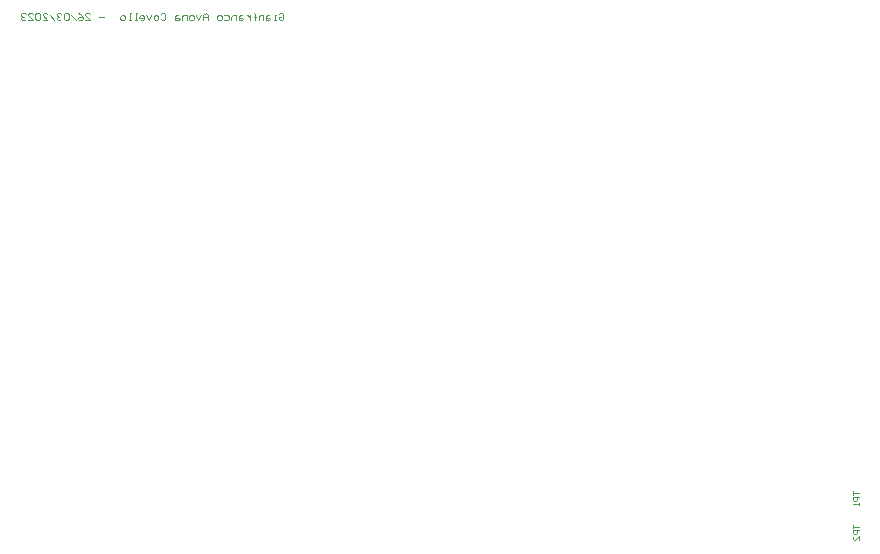
<source format=gbo>
G04*
G04 #@! TF.GenerationSoftware,Altium Limited,Altium Designer,22.11.1 (43)*
G04*
G04 Layer_Color=32896*
%FSLAX44Y44*%
%MOMM*%
G71*
G04*
G04 #@! TF.SameCoordinates,C070AB6A-2F18-4790-B33B-C4DBF4FCC7D7*
G04*
G04*
G04 #@! TF.FilePolarity,Positive*
G04*
G01*
G75*
%ADD19C,0.0850*%
%ADD100C,0.0600*%
D19*
X1083351Y310194D02*
Y306862D01*
Y308528D01*
X1088349D01*
Y305196D02*
X1083351D01*
Y302697D01*
X1084184Y301864D01*
X1085850D01*
X1086683Y302697D01*
Y305196D01*
X1088349Y296866D02*
Y300198D01*
X1085017Y296866D01*
X1084184D01*
X1083351Y297698D01*
Y299365D01*
X1084184Y300198D01*
X1083351Y338571D02*
Y335239D01*
Y336905D01*
X1088349D01*
Y333573D02*
X1083351D01*
Y331074D01*
X1084184Y330241D01*
X1085850D01*
X1086683Y331074D01*
Y333573D01*
X1088349Y328575D02*
Y326908D01*
Y327742D01*
X1083351D01*
X1084184Y328575D01*
D100*
X597381Y742198D02*
X598381Y743198D01*
X600380D01*
X601380Y742198D01*
Y738200D01*
X600380Y737200D01*
X598381D01*
X597381Y738200D01*
Y740199D01*
X599381D01*
X595382Y737200D02*
X593383D01*
X594382D01*
Y741199D01*
X595382D01*
X589384D02*
X587385D01*
X586385Y740199D01*
Y737200D01*
X589384D01*
X590384Y738200D01*
X589384Y739199D01*
X586385D01*
X584385Y737200D02*
Y741199D01*
X581386D01*
X580387Y740199D01*
Y737200D01*
X577388D02*
Y742198D01*
Y740199D01*
X578387D01*
X576388D01*
X577388D01*
Y742198D01*
X576388Y743198D01*
X573389Y741199D02*
Y737200D01*
Y739199D01*
X572389Y740199D01*
X571390Y741199D01*
X570390D01*
X566391D02*
X564392D01*
X563392Y740199D01*
Y737200D01*
X566391D01*
X567391Y738200D01*
X566391Y739199D01*
X563392D01*
X561393Y737200D02*
Y741199D01*
X558394D01*
X557394Y740199D01*
Y737200D01*
X551396Y741199D02*
X554395D01*
X555395Y740199D01*
Y738200D01*
X554395Y737200D01*
X551396D01*
X548397D02*
X546398D01*
X545398Y738200D01*
Y740199D01*
X546398Y741199D01*
X548397D01*
X549397Y740199D01*
Y738200D01*
X548397Y737200D01*
X537401D02*
Y741199D01*
X535401Y743198D01*
X533402Y741199D01*
Y737200D01*
Y740199D01*
X537401D01*
X531403Y741199D02*
X529403Y737200D01*
X527404Y741199D01*
X524405Y737200D02*
X522406D01*
X521406Y738200D01*
Y740199D01*
X522406Y741199D01*
X524405D01*
X525405Y740199D01*
Y738200D01*
X524405Y737200D01*
X519407D02*
Y741199D01*
X516408D01*
X515408Y740199D01*
Y737200D01*
X512409Y741199D02*
X510410D01*
X509410Y740199D01*
Y737200D01*
X512409D01*
X513409Y738200D01*
X512409Y739199D01*
X509410D01*
X497414Y742198D02*
X498413Y743198D01*
X500413D01*
X501412Y742198D01*
Y738200D01*
X500413Y737200D01*
X498413D01*
X497414Y738200D01*
X494415Y737200D02*
X492415D01*
X491416Y738200D01*
Y740199D01*
X492415Y741199D01*
X494415D01*
X495414Y740199D01*
Y738200D01*
X494415Y737200D01*
X489416Y741199D02*
X487417Y737200D01*
X485418Y741199D01*
X480419Y737200D02*
X482419D01*
X483418Y738200D01*
Y740199D01*
X482419Y741199D01*
X480419D01*
X479420Y740199D01*
Y739199D01*
X483418D01*
X477420Y737200D02*
X475421D01*
X476421D01*
Y743198D01*
X477420D01*
X472422Y737200D02*
X470423D01*
X471422D01*
Y743198D01*
X472422D01*
X466424Y737200D02*
X464424D01*
X463425Y738200D01*
Y740199D01*
X464424Y741199D01*
X466424D01*
X467423Y740199D01*
Y738200D01*
X466424Y737200D01*
X449429Y740199D02*
X445431D01*
X433434Y737200D02*
X437433D01*
X433434Y741199D01*
Y742198D01*
X434434Y743198D01*
X436433D01*
X437433Y742198D01*
X427436Y743198D02*
X429436Y742198D01*
X431435Y740199D01*
Y738200D01*
X430435Y737200D01*
X428436D01*
X427436Y738200D01*
Y739199D01*
X428436Y740199D01*
X431435D01*
X425437Y737200D02*
X421438Y741199D01*
X419439Y742198D02*
X418439Y743198D01*
X416440D01*
X415440Y742198D01*
Y738200D01*
X416440Y737200D01*
X418439D01*
X419439Y738200D01*
Y742198D01*
X413441D02*
X412441Y743198D01*
X410442D01*
X409442Y742198D01*
Y741199D01*
X410442Y740199D01*
X411442D01*
X410442D01*
X409442Y739199D01*
Y738200D01*
X410442Y737200D01*
X412441D01*
X413441Y738200D01*
X407443Y737200D02*
X403444Y741199D01*
X397446Y737200D02*
X401445D01*
X397446Y741199D01*
Y742198D01*
X398446Y743198D01*
X400445D01*
X401445Y742198D01*
X395447D02*
X394447Y743198D01*
X392448D01*
X391448Y742198D01*
Y738200D01*
X392448Y737200D01*
X394447D01*
X395447Y738200D01*
Y742198D01*
X385450Y737200D02*
X389449D01*
X385450Y741199D01*
Y742198D01*
X386450Y743198D01*
X388449D01*
X389449Y742198D01*
X383451D02*
X382451Y743198D01*
X380452D01*
X379452Y742198D01*
Y741199D01*
X380452Y740199D01*
X381451D01*
X380452D01*
X379452Y739199D01*
Y738200D01*
X380452Y737200D01*
X382451D01*
X383451Y738200D01*
M02*

</source>
